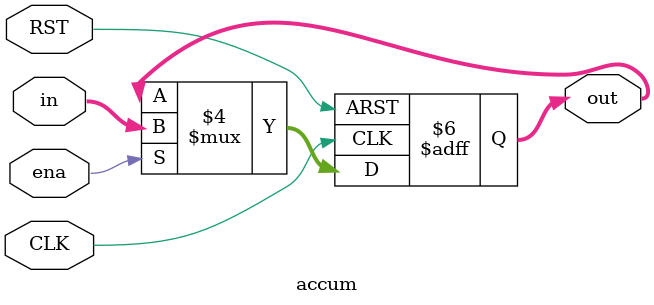
<source format=sv>
module accum( in, out, ena, CLK, RST); // a register, to storage result after computing
input CLK,RST,ena;
input [7:0] in;
output reg [7:0] out;

always_ff @(posedge CLK or negedge RST) begin	
	if(!RST) out <= 8'd0;
	else begin
		if(ena)	out <= in;
		else	out <= out;
	end
end

endmodule
</source>
